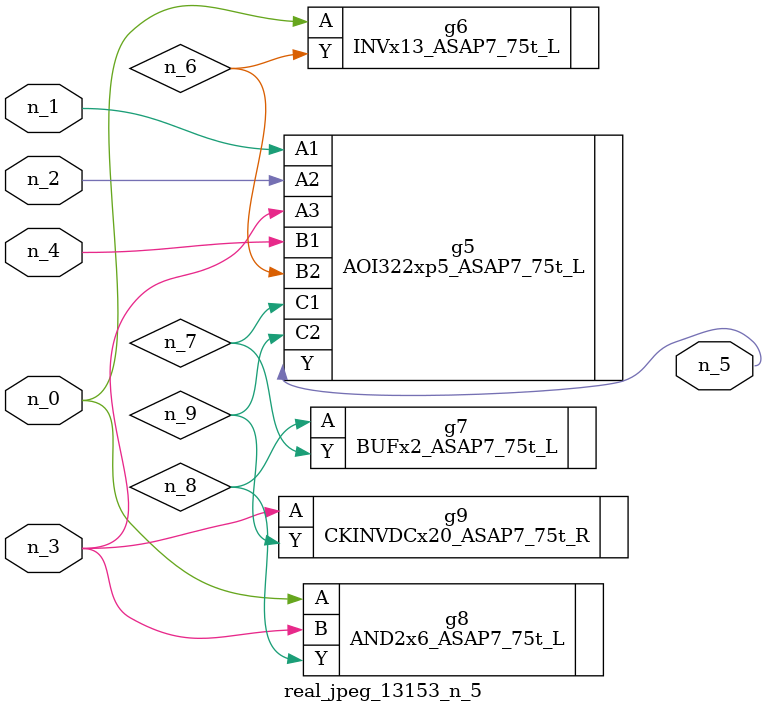
<source format=v>
module real_jpeg_13153_n_5 (n_4, n_0, n_1, n_2, n_3, n_5);

input n_4;
input n_0;
input n_1;
input n_2;
input n_3;

output n_5;

wire n_8;
wire n_6;
wire n_7;
wire n_9;

INVx13_ASAP7_75t_L g6 ( 
.A(n_0),
.Y(n_6)
);

AND2x6_ASAP7_75t_L g8 ( 
.A(n_0),
.B(n_3),
.Y(n_8)
);

AOI322xp5_ASAP7_75t_L g5 ( 
.A1(n_1),
.A2(n_2),
.A3(n_3),
.B1(n_4),
.B2(n_6),
.C1(n_7),
.C2(n_9),
.Y(n_5)
);

CKINVDCx20_ASAP7_75t_R g9 ( 
.A(n_3),
.Y(n_9)
);

BUFx2_ASAP7_75t_L g7 ( 
.A(n_8),
.Y(n_7)
);


endmodule
</source>
